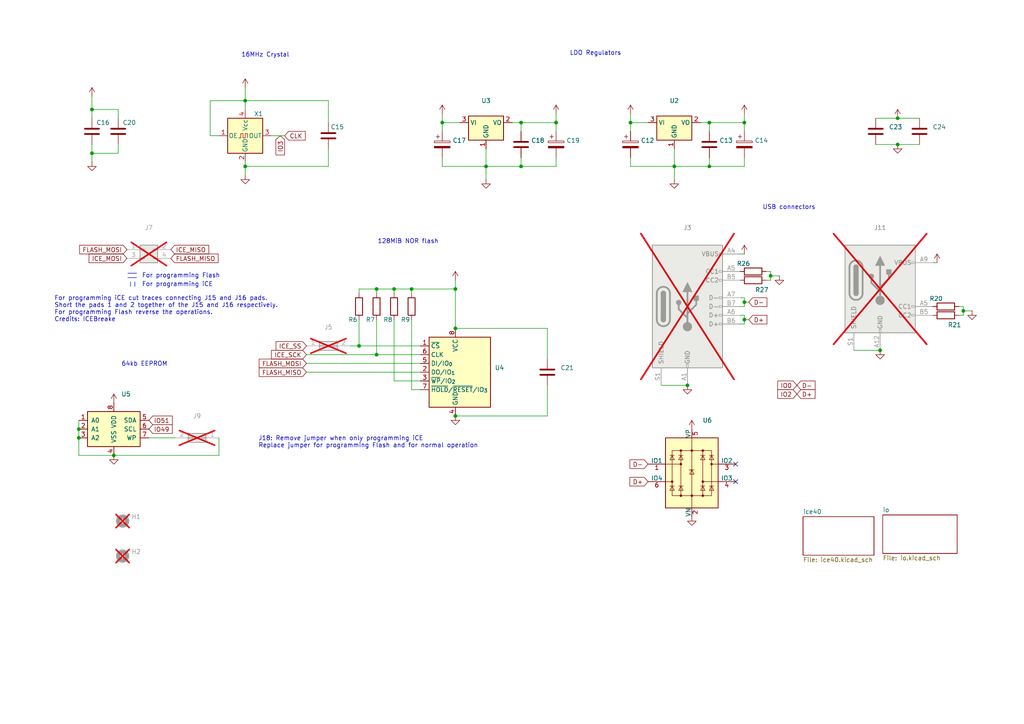
<source format=kicad_sch>
(kicad_sch (version 20250114) (generator "eeschema") (generator_version "9.0")
  (paper "A4")
  (title_block (title "Icedev") (date "2025-04-15") (rev "v2.3") (company "Cyao") (comment 1 "https://github.com/cheyao/icedev"))
  (lib_symbols
    (symbol "+3V3_1" (power) (pin_numbers (hide yes)) (pin_names (offset 0) (hide yes))
      (property "Value" "+3V3" (at 0 3.556 0))
      (symbol "+3V3_1_0_1"
        (polyline (pts (xy -0.762 1.27) (xy 0 2.54)))
        (polyline (pts (xy 0 2.54) (xy 0.762 1.27)))
        (polyline (pts (xy 0 0) (xy 0 2.54)))
      )
      (symbol "+3V3_1_1_1"
        (pin power_in line (at 0 0 90) (length 0) (name "~") (number "1"))
      )
    )
    (symbol "+5V_2" (power) (pin_numbers (hide yes)) (pin_names (offset 0) (hide yes))
      (property "Value" "+5V" (at 0 3.556 0))
      (symbol "+5V_2_0_1"
        (polyline (pts (xy -0.762 1.27) (xy 0 2.54)))
        (polyline (pts (xy 0 2.54) (xy 0.762 1.27)))
        (polyline (pts (xy 0 0) (xy 0 2.54)))
      )
      (symbol "+5V_2_1_1"
        (pin power_in line (at 0 0 90) (length 0) (name "~") (number "1"))
      )
    )
    (symbol "Connector:USB_C_Receptacle_PowerOnly_6P" (pin_names (offset 1.016))
      (property "Reference" "J" (at 0 16.51 0))
      (property "Value" "USB_C_Receptacle_PowerOnly_6P" (at 0 13.97 0))
      (symbol "USB_C_Receptacle_PowerOnly_6P_0_0"
        (rectangle (start -0.254 -12.7) (end 0.254 -11.684))
        (rectangle (start 10.16 7.874) (end 9.144 7.366))
        (rectangle (start 10.16 -4.826) (end 9.144 -5.334))
        (rectangle (start 10.16 -7.366) (end 9.144 -7.874))
      )
      (symbol "USB_C_Receptacle_PowerOnly_6P_0_1"
        (rectangle (start -10.16 12.7) (end 10.16 -12.7) (stroke (width 0.254)) (fill (type background)))
        (polyline (pts (xy -8.89 -1.27) (xy -8.89 6.35)) (stroke (width 0.508)))
        (rectangle (start -7.62 -1.27) (end -6.35 6.35) (stroke (width 0.254)) (fill (type outline)))
        (arc (start -7.62 6.35) (mid -6.985 6.9823) (end -6.35 6.35) (stroke (width 0.254)))
        (arc (start -7.62 6.35) (mid -6.985 6.9823) (end -6.35 6.35) (stroke (width 0.254)) (fill (type outline)))
        (arc (start -8.89 6.35) (mid -6.985 8.2467) (end -5.08 6.35) (stroke (width 0.508)))
        (arc (start -5.08 -1.27) (mid -6.985 -3.1667) (end -8.89 -1.27) (stroke (width 0.508)))
        (arc (start -6.35 -1.27) (mid -6.985 -1.9023) (end -7.62 -1.27) (stroke (width 0.254)))
        (arc (start -6.35 -1.27) (mid -6.985 -1.9023) (end -7.62 -1.27) (stroke (width 0.254)) (fill (type outline)))
        (polyline (pts (xy -5.08 6.35) (xy -5.08 -1.27)) (stroke (width 0.508)))
        (circle (center -2.54 3.683) (radius 0.635) (stroke (width 0.254)) (fill (type outline)))
        (polyline (pts (xy -1.27 6.858) (xy 0 9.398) (xy 1.27 6.858) (xy -1.27 6.858)) (stroke (width 0.254)) (fill (type outline)))
        (polyline (pts (xy 0 0.508) (xy 2.54 3.048) (xy 2.54 4.318)) (stroke (width 0.508)))
        (polyline (pts (xy 0 -0.762) (xy -2.54 1.778) (xy -2.54 3.048)) (stroke (width 0.508)))
        (polyline (pts (xy 0 -3.302) (xy 0 6.858)) (stroke (width 0.508)))
        (circle (center 0 -3.302) (radius 1.27) (fill (type outline)))
        (rectangle (start 1.905 4.318) (end 3.175 5.588) (stroke (width 0.254)) (fill (type outline)))
      )
      (symbol "USB_C_Receptacle_PowerOnly_6P_1_1"
        (pin passive line (at -7.62 -17.78 90) (length 5.08) (name "SHIELD") (number "S1"))
        (pin passive line (at 0 -17.78 90) (length 5.08) (name "GND") (number "A12"))
        (pin passive line (at 0 -17.78 90) (length 5.08) (hide yes) (name "GND") (number "B12"))
        (pin passive line (at 15.24 7.62 180) (length 5.08) (name "VBUS") (number "A9"))
        (pin passive line (at 15.24 7.62 180) (length 5.08) (hide yes) (name "VBUS") (number "B9"))
        (pin bidirectional line (at 15.24 -5.08 180) (length 5.08) (name "CC1") (number "A5"))
        (pin bidirectional line (at 15.24 -7.62 180) (length 5.08) (name "CC2") (number "B5"))
      )
    )
    (symbol "Connector:USB_C_Receptacle_USB2.0_14P" (pin_names (offset 1.016))
      (property "Reference" "J" (at 0 22.225 0))
      (property "Value" "USB_C_Receptacle_USB2.0_14P" (at 0 19.685 0))
      (symbol "USB_C_Receptacle_USB2.0_14P_0_0"
        (rectangle (start -0.254 -17.78) (end 0.254 -16.764))
        (rectangle (start 10.16 15.494) (end 9.144 14.986))
        (rectangle (start 10.16 10.414) (end 9.144 9.906))
        (rectangle (start 10.16 7.874) (end 9.144 7.366))
        (rectangle (start 10.16 2.794) (end 9.144 2.286))
        (rectangle (start 10.16 0.254) (end 9.144 -0.254))
        (rectangle (start 10.16 -2.286) (end 9.144 -2.794))
        (rectangle (start 10.16 -4.826) (end 9.144 -5.334))
      )
      (symbol "USB_C_Receptacle_USB2.0_14P_0_1"
        (rectangle (start -10.16 17.78) (end 10.16 -17.78) (stroke (width 0.254)) (fill (type background)))
        (polyline (pts (xy -8.89 -3.81) (xy -8.89 3.81)) (stroke (width 0.508)))
        (rectangle (start -7.62 -3.81) (end -6.35 3.81) (stroke (width 0.254)) (fill (type outline)))
        (arc (start -7.62 3.81) (mid -6.985 4.4423) (end -6.35 3.81) (stroke (width 0.254)))
        (arc (start -7.62 3.81) (mid -6.985 4.4423) (end -6.35 3.81) (stroke (width 0.254)) (fill (type outline)))
        (arc (start -8.89 3.81) (mid -6.985 5.7067) (end -5.08 3.81) (stroke (width 0.508)))
        (arc (start -5.08 -3.81) (mid -6.985 -5.7067) (end -8.89 -3.81) (stroke (width 0.508)))
        (arc (start -6.35 -3.81) (mid -6.985 -4.4423) (end -7.62 -3.81) (stroke (width 0.254)))
        (arc (start -6.35 -3.81) (mid -6.985 -4.4423) (end -7.62 -3.81) (stroke (width 0.254)) (fill (type outline)))
        (polyline (pts (xy -5.08 3.81) (xy -5.08 -3.81)) (stroke (width 0.508)))
        (circle (center -2.54 1.143) (radius 0.635) (stroke (width 0.254)) (fill (type outline)))
        (polyline (pts (xy -1.27 4.318) (xy 0 6.858) (xy 1.27 4.318) (xy -1.27 4.318)) (stroke (width 0.254)) (fill (type outline)))
        (polyline (pts (xy 0 -2.032) (xy 2.54 0.508) (xy 2.54 1.778)) (stroke (width 0.508)))
        (polyline (pts (xy 0 -3.302) (xy -2.54 -0.762) (xy -2.54 0.508)) (stroke (width 0.508)))
        (polyline (pts (xy 0 -5.842) (xy 0 4.318)) (stroke (width 0.508)))
        (circle (center 0 -5.842) (radius 1.27) (fill (type outline)))
        (rectangle (start 1.905 1.778) (end 3.175 3.048) (stroke (width 0.254)) (fill (type outline)))
      )
      (symbol "USB_C_Receptacle_USB2.0_14P_1_1"
        (pin passive line (at -7.62 -22.86 90) (length 5.08) (name "SHIELD") (number "S1"))
        (pin passive line (at 0 -22.86 90) (length 5.08) (name "GND") (number "A1"))
        (pin passive line (at 0 -22.86 90) (length 5.08) (hide yes) (name "GND") (number "A12"))
        (pin passive line (at 0 -22.86 90) (length 5.08) (hide yes) (name "GND") (number "B1"))
        (pin passive line (at 0 -22.86 90) (length 5.08) (hide yes) (name "GND") (number "B12"))
        (pin passive line (at 15.24 15.24 180) (length 5.08) (name "VBUS") (number "A4"))
        (pin passive line (at 15.24 15.24 180) (length 5.08) (hide yes) (name "VBUS") (number "A9"))
        (pin passive line (at 15.24 15.24 180) (length 5.08) (hide yes) (name "VBUS") (number "B4"))
        (pin passive line (at 15.24 15.24 180) (length 5.08) (hide yes) (name "VBUS") (number "B9"))
        (pin bidirectional line (at 15.24 10.16 180) (length 5.08) (name "CC1") (number "A5"))
        (pin bidirectional line (at 15.24 7.62 180) (length 5.08) (name "CC2") (number "B5"))
        (pin bidirectional line (at 15.24 2.54 180) (length 5.08) (name "D-") (number "A7"))
        (pin bidirectional line (at 15.24 0 180) (length 5.08) (name "D-") (number "B7"))
        (pin bidirectional line (at 15.24 -2.54 180) (length 5.08) (name "D+") (number "A6"))
        (pin bidirectional line (at 15.24 -5.08 180) (length 5.08) (name "D+") (number "B6"))
      )
    )
    (symbol "Connector_Generic:Conn_02x01" (pin_names (offset 1.016) (hide yes))
      (property "Reference" "J" (at 1.27 2.54 0))
      (property "Value" "Conn_02x01" (at 1.27 -2.54 0))
      (symbol "Conn_02x01_1_1"
        (rectangle (start -1.27 1.27) (end 3.81 -1.27) (stroke (width 0.254)) (fill (type background)))
        (rectangle (start -1.27 0.127) (end 0 -0.127) (stroke (width 0.1524)))
        (rectangle (start 3.81 0.127) (end 2.54 -0.127) (stroke (width 0.1524)))
        (pin passive line (at -5.08 0 0) (length 3.81) (name "Pin_1") (number "1"))
        (pin passive line (at 7.62 0 180) (length 3.81) (name "Pin_2") (number "2"))
      )
    )
    (symbol "Connector_Generic:Conn_02x02_Odd_Even" (pin_names (offset 1.016) (hide yes))
      (property "Reference" "J" (at 1.27 2.54 0))
      (property "Value" "Conn_02x02_Odd_Even" (at 1.27 -5.08 0))
      (symbol "Conn_02x02_Odd_Even_1_1"
        (rectangle (start -1.27 1.27) (end 3.81 -3.81) (stroke (width 0.254)) (fill (type background)))
        (rectangle (start -1.27 0.127) (end 0 -0.127) (stroke (width 0.1524)))
        (rectangle (start -1.27 -2.413) (end 0 -2.667) (stroke (width 0.1524)))
        (rectangle (start 3.81 0.127) (end 2.54 -0.127) (stroke (width 0.1524)))
        (rectangle (start 3.81 -2.413) (end 2.54 -2.667) (stroke (width 0.1524)))
        (pin passive line (at -5.08 0 0) (length 3.81) (name "Pin_1") (number "1"))
        (pin passive line (at -5.08 -2.54 0) (length 3.81) (name "Pin_3") (number "3"))
        (pin passive line (at 7.62 0 180) (length 3.81) (name "Pin_2") (number "2"))
        (pin passive line (at 7.62 -2.54 180) (length 3.81) (name "Pin_4") (number "4"))
      )
    )
    (symbol "Device:C" (pin_numbers (hide yes)) (pin_names (offset 0.254))
      (property "Reference" "C" (at 0.635 2.54 0))
      (property "Value" "C" (at 0.635 -2.54 0))
      (symbol "C_0_1"
        (polyline (pts (xy -2.032 0.762) (xy 2.032 0.762)) (stroke (width 0.508)))
        (polyline (pts (xy -2.032 -0.762) (xy 2.032 -0.762)) (stroke (width 0.508)))
      )
      (symbol "C_1_1"
        (pin passive line (at 0 3.81 270) (length 2.794) (name "~") (number "1"))
        (pin passive line (at 0 -3.81 90) (length 2.794) (name "~") (number "2"))
      )
    )
    (symbol "Device:CP" (pin_numbers (hide yes)) (pin_names (offset 0.254))
      (property "Reference" "C" (at 0.635 2.54 0))
      (property "Value" "Device_CP" (at 0.635 -2.54 0))
      (symbol "CP_0_1"
        (rectangle (start -2.286 0.508) (end 2.286 1.016))
        (polyline (pts (xy -1.778 2.286) (xy -0.762 2.286)))
        (polyline (pts (xy -1.27 2.794) (xy -1.27 1.778)))
        (rectangle (start 2.286 -0.508) (end -2.286 -1.016) (fill (type outline)))
      )
      (symbol "CP_1_1"
        (pin passive line (at 0 3.81 270) (length 2.794) (name "~") (number "1"))
        (pin passive line (at 0 -3.81 90) (length 2.794) (name "~") (number "2"))
      )
    )
    (symbol "Device:R" (pin_numbers (hide yes)) (pin_names (offset 0))
      (property "Reference" "R" (at 2.032 0 90))
      (property "Value" "R" (at 0 0 90))
      (symbol "R_0_1"
        (rectangle (start -1.016 -2.54) (end 1.016 2.54) (stroke (width 0.254)))
      )
      (symbol "R_1_1"
        (pin passive line (at 0 3.81 270) (length 1.27) (name "~") (number "1"))
        (pin passive line (at 0 -3.81 90) (length 1.27) (name "~") (number "2"))
      )
    )
    (symbol "Mechanical:MountingHole" (pin_names (offset 1.016)) (in_bom no)
      (property "Reference" "H" (at 0 5.08 0))
      (property "Value" "MountingHole" (at 0 3.175 0))
      (symbol "MountingHole_0_1"
        (circle (center 0 0) (radius 1.27) (stroke (width 1.27)))
      )
    )
    (symbol "Memory_Flash:W25Q128JVS"
      (property "Reference" "U" (at -6.35 11.43 0))
      (property "Value" "W25Q128JVS" (at 7.62 11.43 0))
      (symbol "W25Q128JVS_0_1"
        (rectangle (start -7.62 10.16) (end 10.16 -10.16) (stroke (width 0.254)) (fill (type background)))
      )
      (symbol "W25Q128JVS_1_1"
        (pin input line (at -10.16 7.62 0) (length 2.54) (name "~{CS}") (number "1"))
        (pin input line (at -10.16 5.08 0) (length 2.54) (name "CLK") (number "6"))
        (pin bidirectional line (at -10.16 2.54 0) (length 2.54) (name "DI/IO_{0}") (number "5"))
        (pin bidirectional line (at -10.16 0 0) (length 2.54) (name "DO/IO_{1}") (number "2"))
        (pin bidirectional line (at -10.16 -2.54 0) (length 2.54) (name "~{WP}/IO_{2}") (number "3"))
        (pin bidirectional line (at -10.16 -5.08 0) (length 2.54) (name "~{HOLD}/~{RESET}/IO_{3}") (number "7"))
        (pin power_in line (at 0 12.7 270) (length 2.54) (name "VCC") (number "8"))
        (pin power_in line (at 0 -12.7 90) (length 2.54) (name "GND") (number "4"))
      )
    )
    (symbol "Memory_NVRAM:FM24C64B" (pin_names (offset 1.016))
      (property "Reference" "U" (at -5.08 8.89 0))
      (property "Value" "FM24C64B" (at 6.35 -8.89 0))
      (symbol "FM24C64B_0_1"
        (rectangle (start -7.62 5.08) (end 7.62 -5.08) (stroke (width 0.254)) (fill (type background)))
      )
      (symbol "FM24C64B_1_1"
        (pin input line (at -10.16 2.54 0) (length 2.54) (name "A0") (number "1"))
        (pin input line (at -10.16 0 0) (length 2.54) (name "A1") (number "2"))
        (pin input line (at -10.16 -2.54 0) (length 2.54) (name "A2") (number "3"))
        (pin power_in line (at 0 7.62 270) (length 2.54) (name "VDD") (number "8"))
        (pin power_in line (at 0 -7.62 90) (length 2.54) (name "VSS") (number "4"))
        (pin bidirectional line (at 10.16 2.54 180) (length 2.54) (name "SDA") (number "5"))
        (pin input line (at 10.16 0 180) (length 2.54) (name "SCL") (number "6"))
        (pin input line (at 10.16 -2.54 180) (length 2.54) (name "WP") (number "7"))
      )
    )
    (symbol "Oscillator:SG-210SED" (pin_names (offset 0.254))
      (property "Reference" "X" (at -5.08 6.35 0))
      (property "Value" "SG-210SED" (at 1.27 -6.35 0))
      (symbol "SG-210SED_0_1"
        (rectangle (start -5.08 5.08) (end 5.08 -5.08) (stroke (width 0.254)) (fill (type background)))
        (polyline (pts (xy -1.905 -0.635) (xy -1.27 -0.635) (xy -1.27 0.635) (xy -0.635 0.635) (xy -0.635 -0.635) (xy 0 -0.635) (xy 0 0.635) (xy 0.635 0.635) (xy 0.635 -0.635)))
      )
      (symbol "SG-210SED_1_1"
        (pin input line (at -7.62 0 0) (length 2.54) (name "OE") (number "1"))
        (pin power_in line (at 0 7.62 270) (length 2.54) (name "Vcc") (number "4"))
        (pin power_in line (at 0 -7.62 90) (length 2.54) (name "GND") (number "2"))
        (pin output line (at 7.62 0 180) (length 2.54) (name "OUT") (number "3"))
      )
    )
    (symbol "PCM_marbastlib-various:SRV05-4" (pin_names (offset 0))
      (property "Reference" "U" (at -5.08 11.43 0))
      (property "Value" "SRV05-4" (at 2.54 11.43 0))
      (symbol "SRV05-4_0_0"
        (rectangle (start -5.715 6.477) (end 5.715 -6.604))
        (polyline (pts (xy -3.175 -6.604) (xy -3.175 6.477)))
        (polyline (pts (xy 3.175 6.477) (xy 3.175 -6.604)))
      )
      (symbol "SRV05-4_0_1"
        (polyline (pts (xy -7.747 2.54) (xy -3.175 2.54)))
        (rectangle (start -7.62 10.16) (end 7.62 -10.16) (stroke (width 0.254)) (fill (type background)))
        (polyline (pts (xy -7.62 -2.54) (xy -5.715 -2.54)))
        (circle (center -5.715 -2.54) (radius 0.2794) (fill (type outline)))
        (polyline (pts (xy -5.08 5.08) (xy -6.35 5.08)))
        (polyline (pts (xy -5.08 3.81) (xy -6.35 3.81) (xy -5.715 5.08) (xy -5.08 3.81)))
        (polyline (pts (xy -5.08 -3.81) (xy -6.35 -3.81)))
        (polyline (pts (xy -5.08 -5.08) (xy -6.35 -5.08) (xy -5.715 -3.81) (xy -5.08 -5.08)))
        (circle (center -3.175 6.477) (radius 0.2794) (fill (type outline)))
        (circle (center -3.175 2.54) (radius 0.2794) (fill (type outline)))
        (circle (center -3.175 -6.604) (radius 0.2794) (fill (type outline)))
        (polyline (pts (xy -2.54 5.08) (xy -3.81 5.08)))
        (polyline (pts (xy -2.54 3.81) (xy -3.81 3.81) (xy -3.175 5.08) (xy -2.54 3.81)))
        (polyline (pts (xy -2.54 -3.81) (xy -3.81 -3.81)))
        (polyline (pts (xy -2.54 -5.08) (xy -3.81 -5.08) (xy -3.175 -3.81) (xy -2.54 -5.08)))
        (polyline (pts (xy 0 10.16) (xy 0 -10.16)))
        (circle (center 0 6.477) (radius 0.2794) (fill (type outline)))
        (circle (center 0 -6.604) (radius 0.2794) (fill (type outline)))
        (polyline (pts (xy 0.635 0.889) (xy -0.635 0.889) (xy -0.635 0.635)))
        (polyline (pts (xy 0.635 -0.381) (xy -0.635 -0.381) (xy 0 0.889) (xy 0.635 -0.381)))
        (circle (center 3.175 6.477) (radius 0.2794) (fill (type outline)))
        (circle (center 3.175 -2.54) (radius 0.2794) (fill (type outline)))
        (circle (center 3.175 -6.604) (radius 0.2794) (fill (type outline)))
        (polyline (pts (xy 3.81 5.08) (xy 2.54 5.08)))
        (polyline (pts (xy 3.81 3.81) (xy 2.54 3.81) (xy 3.175 5.08) (xy 3.81 3.81)))
        (polyline (pts (xy 3.81 -3.81) (xy 2.54 -3.81)))
        (polyline (pts (xy 3.81 -5.08) (xy 2.54 -5.08) (xy 3.175 -3.81) (xy 3.81 -5.08)))
        (circle (center 5.715 2.54) (radius 0.2794) (fill (type outline)))
        (polyline (pts (xy 6.35 5.08) (xy 5.08 5.08)))
        (polyline (pts (xy 6.35 3.81) (xy 5.08 3.81) (xy 5.715 5.08) (xy 6.35 3.81)))
        (polyline (pts (xy 6.35 -3.81) (xy 5.08 -3.81)))
        (polyline (pts (xy 6.35 -5.08) (xy 5.08 -5.08) (xy 5.715 -3.81) (xy 6.35 -5.08)))
        (polyline (pts (xy 7.62 2.54) (xy 5.715 2.54)))
        (polyline (pts (xy 7.62 -2.54) (xy 3.175 -2.54)))
      )
      (symbol "SRV05-4_1_1"
        (pin passive line (at -12.7 2.54 0) (length 5.08) (name "IO1") (number "1"))
        (pin passive line (at -12.7 -2.54 0) (length 5.08) (name "IO4") (number "6"))
        (pin passive line (at 0 12.7 270) (length 2.54) (name "VP") (number "5"))
        (pin passive line (at 0 -12.7 90) (length 2.54) (name "VN") (number "2"))
        (pin passive line (at 12.7 2.54 180) (length 5.08) (name "IO2") (number "3"))
        (pin passive line (at 12.7 -2.54 180) (length 5.08) (name "IO3") (number "4"))
      )
    )
    (symbol "Regulator_Linear:AMS1117-1.5"
      (property "Reference" "U" (at -3.81 3.175 0))
      (property "Value" "AMS1117-1.5" (at 0 3.175 0))
      (symbol "AMS1117-1.5_0_1"
        (rectangle (start -5.08 -5.08) (end 5.08 1.905) (stroke (width 0.254)) (fill (type background)))
      )
      (symbol "AMS1117-1.5_1_1"
        (pin power_in line (at -7.62 0 0) (length 2.54) (name "VI") (number "3"))
        (pin power_in line (at 0 -7.62 90) (length 2.54) (name "GND") (number "1"))
        (pin power_out line (at 7.62 0 180) (length 2.54) (name "VO") (number "2"))
      )
    )
    (symbol "Regulator_Linear:AMS1117-3.3"
      (property "Reference" "U" (at -3.81 3.175 0))
      (property "Value" "AMS1117-3.3" (at 0 3.175 0))
      (symbol "AMS1117-3.3_0_1"
        (rectangle (start -5.08 -5.08) (end 5.08 1.905) (stroke (width 0.254)) (fill (type background)))
      )
      (symbol "AMS1117-3.3_1_1"
        (pin power_in line (at -7.62 0 0) (length 2.54) (name "VI") (number "3"))
        (pin power_in line (at 0 -7.62 90) (length 2.54) (name "GND") (number "1"))
        (pin power_out line (at 7.62 0 180) (length 2.54) (name "VO") (number "2"))
      )
    )
    (symbol "power:+1V2" (power) (pin_names (offset 0))
      (property "Value" "+1V2" (at 0 3.556 0))
      (symbol "+1V2_0_1"
        (polyline (pts (xy -0.762 1.27) (xy 0 2.54)))
        (polyline (pts (xy 0 2.54) (xy 0.762 1.27)))
        (polyline (pts (xy 0 0) (xy 0 2.54)))
      )
      (symbol "+1V2_1_1"
        (pin power_in line (at 0 0 90) (length 0) (hide yes) (name "+1V2") (number "1"))
      )
    )
    (symbol "power:+3V3" (power) (pin_names (offset 0))
      (property "Value" "+3V3" (at 0 3.556 0))
      (symbol "+3V3_0_1"
        (polyline (pts (xy -0.762 1.27) (xy 0 2.54)))
        (polyline (pts (xy 0 2.54) (xy 0.762 1.27)))
        (polyline (pts (xy 0 0) (xy 0 2.54)))
      )
      (symbol "+3V3_1_1"
        (pin power_in line (at 0 0 90) (length 0) (hide yes) (name "+3V3") (number "1"))
      )
    )
    (symbol "power:+5V" (power) (pin_names (offset 0))
      (property "Value" "+5V" (at 0 3.556 0))
      (symbol "+5V_0_1"
        (polyline (pts (xy -0.762 1.27) (xy 0 2.54)))
        (polyline (pts (xy 0 2.54) (xy 0.762 1.27)))
        (polyline (pts (xy 0 0) (xy 0 2.54)))
      )
      (symbol "+5V_1_1"
        (pin power_in line (at 0 0 90) (length 0) (hide yes) (name "+5V") (number "1"))
      )
    )
    (symbol "power:GND" (power) (pin_numbers (hide yes)) (pin_names (offset 0) (hide yes))
      (property "Value" "GND" (at 0 -3.81 0))
      (symbol "GND_0_1"
        (polyline (pts (xy 0 0) (xy 0 -1.27) (xy 1.27 -1.27) (xy 0 -2.54) (xy -1.27 -1.27) (xy 0 -1.27)))
      )
      (symbol "GND_1_1"
        (pin power_in line (at 0 0 270) (length 0) (name "~") (number "1"))
      )
    )
  )
  (text "For programming Flash" (at 41.148 80.772 0) (effects (font (size 1.27 1.27)) (justify left bottom)))
  (text "J18: Remove jumper when only programming iCE\nReplace jumper for programming Flash and for normal operation" (at 74.93 130.048 0) (effects (font (size 1.27 1.27)) (justify left bottom)))
  (text "64kb EEPROM" (at 41.91 105.664 0) (effects (font (size 1.27 1.27))))
  (text "16MHz Crystal" (at 76.962 16.002 0) (effects (font (size 1.27 1.27))))
  (text "USB connectors" (at 228.854 60.198 0) (effects (font (size 1.27 1.27))))
  (text "For programming iCE cut traces connecting J15 and J16 pads.\nShort the pads 1 and 2 together of the J15 and J16 respectively.\nFor programming Flash reverse the operations.\nCredits: ICEBreake" (at 15.748 93.472 0) (effects (font (size 1.27 1.27)) (justify left bottom)))
  (text "128MiB NOR flash" (at 118.364 70.104 0) (effects (font (size 1.27 1.27))))
  (text "LDO Regulators" (at 172.72 15.494 0) (effects (font (size 1.27 1.27))))
  (text "For programming iCE" (at 41.148 83.312 0) (effects (font (size 1.27 1.27)) (justify left bottom)))
  (junction (at 161.29 35.56))
  (junction (at 260.35 41.91))
  (junction (at 215.9 87.63))
  (junction (at 71.12 48.26))
  (junction (at 279.4 90.17))
  (junction (at 132.08 95.25))
  (junction (at 128.27 35.56))
  (junction (at 151.13 48.26))
  (junction (at 33.02 132.08))
  (junction (at 132.08 83.82))
  (junction (at 26.67 44.45))
  (junction (at 223.52 80.01))
  (junction (at 140.97 48.26))
  (junction (at 215.9 35.56))
  (junction (at 199.39 111.76))
  (junction (at 195.58 48.26))
  (junction (at 109.22 83.82))
  (junction (at 119.38 83.82))
  (junction (at 114.3 83.82))
  (junction (at 71.12 29.21))
  (junction (at 109.22 102.87))
  (junction (at 205.74 35.56))
  (junction (at 104.14 100.33))
  (junction (at 22.86 127))
  (junction (at 22.86 124.46))
  (junction (at 151.13 35.56))
  (junction (at 205.74 48.26))
  (junction (at 26.67 31.75))
  (junction (at 255.27 101.6))
  (junction (at 260.35 34.29))
  (junction (at 182.88 35.56))
  (junction (at 215.9 92.71))
  (junction (at 132.08 120.65))
  (no_connect (at 213.36 134.62))
  (no_connect (at 213.36 139.7))
  (wire (pts (xy 215.9 88.9) (xy 215.9 87.63)))
  (wire (pts (xy 119.38 83.82) (xy 114.3 83.82)))
  (wire (pts (xy 26.67 27.94) (xy 26.67 31.75)))
  (wire (pts (xy 63.5 132.08) (xy 33.02 132.08)))
  (wire (pts (xy 119.38 83.82) (xy 119.38 85.09)))
  (wire (pts (xy 95.25 35.56) (xy 95.25 29.21)))
  (wire (pts (xy 109.22 92.71) (xy 109.22 102.87)))
  (wire (pts (xy 203.2 35.56) (xy 205.74 35.56)))
  (wire (pts (xy 119.38 92.71) (xy 119.38 113.03)))
  (wire (pts (xy 128.27 35.56) (xy 128.27 33.02)))
  (wire (pts (xy 270.51 76.2) (xy 271.78 76.2)))
  (wire (pts (xy 214.63 93.98) (xy 215.9 93.98)))
  (polyline (pts (xy 37.846 81.788) (xy 37.846 83.058)) (stroke (width 0) (type dash)))
  (wire (pts (xy 101.6 100.33) (xy 104.14 100.33)))
  (wire (pts (xy 95.25 48.26) (xy 71.12 48.26)))
  (wire (pts (xy 215.9 45.72) (xy 215.9 48.26)))
  (wire (pts (xy 140.97 48.26) (xy 151.13 48.26)))
  (wire (pts (xy 60.96 29.21) (xy 71.12 29.21)))
  (wire (pts (xy 279.4 90.17) (xy 279.4 91.44)))
  (wire (pts (xy 22.86 124.46) (xy 22.86 127)))
  (wire (pts (xy 121.92 110.49) (xy 114.3 110.49)))
  (wire (pts (xy 205.74 35.56) (xy 215.9 35.56)))
  (wire (pts (xy 254 34.29) (xy 260.35 34.29)))
  (wire (pts (xy 26.67 44.45) (xy 34.29 44.45)))
  (wire (pts (xy 191.77 111.76) (xy 199.39 111.76)))
  (wire (pts (xy 132.08 81.28) (xy 132.08 83.82)))
  (wire (pts (xy 158.75 120.65) (xy 158.75 111.76)))
  (wire (pts (xy 151.13 45.72) (xy 151.13 48.26)))
  (wire (pts (xy 104.14 92.71) (xy 104.14 100.33)))
  (wire (pts (xy 43.18 127) (xy 50.8 127)))
  (wire (pts (xy 140.97 48.26) (xy 128.27 48.26)))
  (wire (pts (xy 215.9 35.56) (xy 215.9 33.02)))
  (wire (pts (xy 182.88 35.56) (xy 182.88 38.1)))
  (wire (pts (xy 222.25 78.74) (xy 223.52 78.74)))
  (wire (pts (xy 205.74 48.26) (xy 215.9 48.26)))
  (wire (pts (xy 187.96 35.56) (xy 182.88 35.56)))
  (wire (pts (xy 104.14 100.33) (xy 121.92 100.33)))
  (wire (pts (xy 195.58 43.18) (xy 195.58 48.26)))
  (wire (pts (xy 279.4 88.9) (xy 279.4 90.17)))
  (wire (pts (xy 182.88 35.56) (xy 182.88 33.02)))
  (wire (pts (xy 260.35 34.29) (xy 266.7 34.29)))
  (wire (pts (xy 161.29 38.1) (xy 161.29 35.56)))
  (wire (pts (xy 26.67 31.75) (xy 34.29 31.75)))
  (wire (pts (xy 95.25 43.18) (xy 95.25 48.26)))
  (wire (pts (xy 128.27 48.26) (xy 128.27 45.72)))
  (wire (pts (xy 223.52 80.01) (xy 223.52 81.28)))
  (wire (pts (xy 22.86 127) (xy 22.86 132.08)))
  (wire (pts (xy 132.08 120.65) (xy 158.75 120.65)))
  (wire (pts (xy 223.52 78.74) (xy 223.52 80.01)))
  (wire (pts (xy 151.13 38.1) (xy 151.13 35.56)))
  (wire (pts (xy 132.08 83.82) (xy 132.08 95.25)))
  (wire (pts (xy 104.14 83.82) (xy 104.14 85.09)))
  (wire (pts (xy 278.13 91.44) (xy 279.4 91.44)))
  (wire (pts (xy 214.63 73.66) (xy 215.9 73.66)))
  (wire (pts (xy 279.4 90.17) (xy 281.94 90.17)))
  (wire (pts (xy 205.74 38.1) (xy 205.74 35.56)))
  (wire (pts (xy 60.96 39.37) (xy 60.96 29.21)))
  (wire (pts (xy 222.25 81.28) (xy 223.52 81.28)))
  (wire (pts (xy 78.74 39.37) (xy 82.55 39.37)))
  (wire (pts (xy 88.9 102.87) (xy 109.22 102.87)))
  (wire (pts (xy 215.9 38.1) (xy 215.9 35.56)))
  (wire (pts (xy 278.13 88.9) (xy 279.4 88.9)))
  (wire (pts (xy 247.65 101.6) (xy 255.27 101.6)))
  (wire (pts (xy 109.22 102.87) (xy 121.92 102.87)))
  (wire (pts (xy 71.12 29.21) (xy 71.12 31.75)))
  (wire (pts (xy 26.67 44.45) (xy 26.67 46.99)))
  (wire (pts (xy 215.9 92.71) (xy 217.17 92.71)))
  (wire (pts (xy 140.97 43.18) (xy 140.97 48.26)))
  (polyline (pts (xy 39.116 81.788) (xy 39.116 83.058)) (stroke (width 0) (type dash)))
  (wire (pts (xy 214.63 91.44) (xy 215.9 91.44)))
  (wire (pts (xy 260.35 41.91) (xy 266.7 41.91)))
  (wire (pts (xy 128.27 35.56) (xy 128.27 38.1)))
  (wire (pts (xy 182.88 48.26) (xy 182.88 45.72)))
  (wire (pts (xy 254 41.91) (xy 260.35 41.91)))
  (wire (pts (xy 26.67 31.75) (xy 26.67 34.29)))
  (wire (pts (xy 119.38 113.03) (xy 121.92 113.03)))
  (wire (pts (xy 109.22 83.82) (xy 104.14 83.82)))
  (wire (pts (xy 161.29 33.02) (xy 161.29 35.56)))
  (wire (pts (xy 148.59 35.56) (xy 151.13 35.56)))
  (wire (pts (xy 71.12 25.4) (xy 71.12 29.21)))
  (wire (pts (xy 88.9 107.95) (xy 121.92 107.95)))
  (wire (pts (xy 132.08 83.82) (xy 119.38 83.82)))
  (wire (pts (xy 223.52 80.01) (xy 226.06 80.01)))
  (wire (pts (xy 63.5 127) (xy 63.5 132.08)))
  (wire (pts (xy 215.9 92.71) (xy 215.9 93.98)))
  (wire (pts (xy 215.9 86.36) (xy 214.63 86.36)))
  (wire (pts (xy 132.08 95.25) (xy 158.75 95.25)))
  (wire (pts (xy 95.25 29.21) (xy 71.12 29.21)))
  (wire (pts (xy 140.97 48.26) (xy 140.97 52.07)))
  (wire (pts (xy 195.58 48.26) (xy 195.58 52.07)))
  (wire (pts (xy 215.9 91.44) (xy 215.9 92.71)))
  (wire (pts (xy 26.67 44.45) (xy 26.67 41.91)))
  (wire (pts (xy 133.35 35.56) (xy 128.27 35.56)))
  (wire (pts (xy 109.22 83.82) (xy 109.22 85.09)))
  (wire (pts (xy 71.12 48.26) (xy 71.12 50.8)))
  (wire (pts (xy 158.75 95.25) (xy 158.75 104.14)))
  (wire (pts (xy 151.13 35.56) (xy 161.29 35.56)))
  (wire (pts (xy 114.3 110.49) (xy 114.3 92.71)))
  (wire (pts (xy 34.29 34.29) (xy 34.29 31.75)))
  (wire (pts (xy 34.29 41.91) (xy 34.29 44.45)))
  (wire (pts (xy 195.58 48.26) (xy 205.74 48.26)))
  (wire (pts (xy 215.9 87.63) (xy 215.9 86.36)))
  (wire (pts (xy 22.86 121.92) (xy 22.86 124.46)))
  (polyline (pts (xy 37.084 79.248) (xy 39.624 79.248)) (stroke (width 0) (type solid)))
  (wire (pts (xy 63.5 39.37) (xy 60.96 39.37)))
  (wire (pts (xy 195.58 48.26) (xy 182.88 48.26)))
  (wire (pts (xy 161.29 45.72) (xy 161.29 48.26)))
  (wire (pts (xy 214.63 88.9) (xy 215.9 88.9)))
  (wire (pts (xy 151.13 48.26) (xy 161.29 48.26)))
  (wire (pts (xy 217.17 87.63) (xy 215.9 87.63)))
  (wire (pts (xy 22.86 132.08) (xy 33.02 132.08)))
  (wire (pts (xy 114.3 83.82) (xy 109.22 83.82)))
  (wire (pts (xy 88.9 105.41) (xy 121.92 105.41)))
  (wire (pts (xy 71.12 46.99) (xy 71.12 48.26)))
  (wire (pts (xy 114.3 83.82) (xy 114.3 85.09)))
  (wire (pts (xy 205.74 45.72) (xy 205.74 48.26)))
  (polyline (pts (xy 37.084 80.518) (xy 39.624 80.518)) (stroke (width 0) (type solid)))
  (global_label "FLASH_MOSI" (shape input) (at 88.9 105.41 180) (property "Intersheetrefs" "${INTERSHEET_REFS}" (effects (hide yes))))
  (global_label "ICE_SS" (shape input) (at 88.9 100.33 180) (property "Intersheetrefs" "${INTERSHEET_REFS}" (effects (hide yes))))
  (global_label "IO51" (shape input) (at 43.18 121.92 0) (property "Intersheetrefs" "${INTERSHEET_REFS}" (effects (hide yes))))
  (global_label "D-" (shape input) (at 187.96 134.62 180) (property "Intersheetrefs" "${INTERSHEET_REFS}" (effects (hide yes))))
  (global_label "ICE_MISO" (shape input) (at 49.53 72.39 0) (property "Intersheetrefs" "${INTERSHEET_REFS}" (effects (hide yes))))
  (global_label "IO49" (shape input) (at 43.18 124.46 0) (property "Intersheetrefs" "${INTERSHEET_REFS}" (effects (hide yes))))
  (global_label "CLK" (shape input) (at 82.55 39.37 0) (property "Intersheetrefs" "${INTERSHEET_REFS}" (effects (hide yes))))
  (global_label "IO2" (shape input) (at 231.14 114.3 180) (property "Intersheetrefs" "${INTERSHEET_REFS}" (effects (hide yes))))
  (global_label "D+" (shape input) (at 187.96 139.7 180) (property "Intersheetrefs" "${INTERSHEET_REFS}" (effects (hide yes))))
  (global_label "D-" (shape input) (at 217.17 87.63 0) (property "Intersheetrefs" "${INTERSHEET_REFS}" (effects (hide yes))))
  (global_label "ICE_SCK" (shape input) (at 88.9 102.87 180) (property "Intersheetrefs" "${INTERSHEET_REFS}" (effects (hide yes))))
  (global_label "D+" (shape input) (at 231.14 114.3 0) (property "Intersheetrefs" "${INTERSHEET_REFS}" (effects (hide yes))))
  (global_label "FLASH_MOSI" (shape input) (at 36.83 72.39 180) (property "Intersheetrefs" "${INTERSHEET_REFS}" (effects (hide yes))))
  (global_label "IO0" (shape input) (at 231.14 111.76 180) (property "Intersheetrefs" "${INTERSHEET_REFS}" (effects (hide yes))))
  (global_label "ICE_MOSI" (shape input) (at 36.83 74.93 180) (property "Intersheetrefs" "${INTERSHEET_REFS}" (effects (hide yes))))
  (global_label "IO3" (shape input) (at 81.28 39.37 270) (property "Intersheetrefs" "${INTERSHEET_REFS}" (effects (hide yes))))
  (global_label "D+" (shape input) (at 217.17 92.71 0) (property "Intersheetrefs" "${INTERSHEET_REFS}" (effects (hide yes))))
  (global_label "D-" (shape input) (at 231.14 111.76 0) (property "Intersheetrefs" "${INTERSHEET_REFS}" (effects (hide yes))))
  (global_label "FLASH_MISO" (shape input) (at 88.9 107.95 180) (property "Intersheetrefs" "${INTERSHEET_REFS}" (effects (hide yes))))
  (global_label "FLASH_MISO" (shape input) (at 49.53 74.93 0) (property "Intersheetrefs" "${INTERSHEET_REFS}" (effects (hide yes))))
  (symbol (lib_id "Regulator_Linear:AMS1117-1.5") (at 195.58 35.56 0) (unit 1)
    (property "Reference" "U2" (at 195.58 29.21 0))
    (property "Value" "AMS1117-1.2" (effects (hide yes)))
    (property "Footprint" "Package_TO_SOT_SMD:SOT-223-3_TabPin2" (effects (hide yes)))
    (property "Datasheet" "http://www.advanced-monolithic.com/pdf/ds1117.pdf" (effects (hide yes)))
    (property "Description" "1A Low Dropout regulator, positive, 1.5V fixed output, SOT-223" (effects (hide yes)))
    (property "JLCPCB Part #" "C14529" (effects (hide yes)))
  )
  (symbol (lib_id "power:GND") (at 255.27 101.6 0) (unit 1)
    (property "Reference" "#PWR023" (effects (hide yes)))
    (property "Value" "GND" (effects (hide yes)))
  )
  (symbol (lib_id "Device:C") (at 95.25 39.37 0) (unit 1)
    (property "Reference" "C15" (at 95.885 36.83 0) (effects (justify left)))
    (property "Value" "0.1u" (effects (hide yes)))
    (property "Footprint" "Capacitor_SMD:C_0402_1005Metric" (effects (hide yes)))
    (property "JLCPCB Part #" "C1525" (effects (hide yes)))
  )
  (symbol (lib_id "Oscillator:SG-210SED") (at 71.12 39.37 0) (unit 1)
    (property "Reference" "X1" (at 73.66 33.02 0) (effects (justify left)))
    (property "Value" "MPUOSC" (effects (hide yes)))
    (property "Footprint" "Oscillator:Oscillator_SMD_Abracon_ASE-4Pin_3.2x2.5mm" (effects (hide yes)))
    (property "Datasheet" "https://support.epson.biz/td/api/doc_check.php?mode=dl&lang=en&Parts=SG-210SED" (effects (hide yes)))
    (property "JLCPCB Part #" "C13738" (effects (hide yes)))
  )
  (symbol (lib_id "Mechanical:MountingHole") (at 35.56 161.29 0) (unit 1) (in_bom no) (dnp yes)
    (property "Reference" "H2" (at 38.1 160.0199 0) (effects (justify left)))
    (property "Value" "MountingHole" (effects (hide yes)))
    (property "Footprint" "MountingHole:MountingHole_2.2mm_M2" (effects (hide yes)))
    (property "Description" "Mounting Hole without connection" (effects (hide yes)))
  )
  (symbol (lib_id "Device:R") (at 109.22 88.9 0) (unit 1)
    (property "Reference" "R7" (at 107.442 92.71 0))
    (property "Value" "10K" (effects (hide yes)))
    (property "Footprint" "Resistor_SMD:R_0805_2012Metric" (effects (hide yes)))
    (property "JLCPCB Part #" "C17414" (effects (hide yes)))
  )
  (symbol (lib_id "power:+3V3") (at 161.29 33.02 0) (unit 1)
    (property "Reference" "#PWR015" (effects (hide yes)))
    (property "Value" "+3V3" (effects (hide yes)))
  )
  (symbol (lib_id "Device:C") (at 151.13 41.91 0) (unit 1)
    (property "Reference" "C18" (at 154.051 40.7416 0) (effects (justify left)))
    (property "Value" "0.1u" (effects (hide yes)))
    (property "Footprint" "Capacitor_SMD:C_0402_1005Metric" (effects (hide yes)))
    (property "JLCPCB Part #" "C1525" (effects (hide yes)))
  )
  (symbol (lib_name "+5V_2") (lib_id "power:+5V") (at 215.9 73.66 0) (unit 1)
    (property "Reference" "#PWR034" (effects (hide yes)))
    (property "Value" "+5V" (effects (hide yes)))
    (property "Description" "Power symbol creates a global label with name \"+5V\"" (effects (hide yes)))
  )
  (symbol (lib_id "Device:CP") (at 128.27 41.91 0) (unit 1)
    (property "Reference" "C17" (at 131.2672 40.7416 0) (effects (justify left)))
    (property "Value" "10u" (effects (hide yes)))
    (property "Footprint" "Capacitor_SMD:C_0402_1005Metric" (effects (hide yes)))
    (property "JLCPCB Part #" "C15525" (effects (hide yes)))
  )
  (symbol (lib_id "Device:C") (at 266.7 38.1 0) (unit 1)
    (property "Reference" "C24" (at 270.51 36.8299 0) (effects (justify left)))
    (property "Value" "0.1u" (effects (hide yes)))
    (property "Footprint" "Capacitor_SMD:C_0402_1005Metric" (effects (hide yes)))
    (property "Description" "Unpolarized capacitor" (effects (hide yes)))
    (property "JLCPCB Part #" "C1525" (effects (hide yes)))
  )
  (symbol (lib_id "power:GND") (at 260.35 41.91 0) (unit 1)
    (property "Reference" "#PWR040" (effects (hide yes)))
    (property "Value" "GND" (effects (hide yes)))
  )
  (symbol (lib_name "+3V3_1") (lib_id "power:+3V3") (at 33.02 116.84 0) (unit 1)
    (property "Reference" "#PWR010" (effects (hide yes)))
    (property "Value" "+3V3" (effects (hide yes)))
    (property "Description" "Power symbol creates a global label with name \"+3V3\"" (effects (hide yes)))
  )
  (symbol (lib_id "power:+3V3") (at 182.88 33.02 0) (unit 1)
    (property "Reference" "#PWR012" (effects (hide yes)))
    (property "Value" "+3V3" (effects (hide yes)))
  )
  (symbol (lib_id "Connector:USB_C_Receptacle_PowerOnly_6P") (at 255.27 83.82 0) (unit 1) (dnp yes)
    (property "Reference" "J11" (at 255.27 66.04 0))
    (property "Value" "USB_C_Receptacle_PowerOnly_6P" (effects (hide yes)))
    (property "Footprint" "Connector_USB:USB_C_Receptacle_GCT_USB4135-GF-A_6P_TopMnt_Horizontal" (effects (hide yes)))
    (property "Datasheet" "https://www.usb.org/sites/default/files/documents/usb_type-c.zip" (effects (hide yes)))
    (property "Description" "USB Power-Only 6P Type-C Receptacle connector" (effects (hide yes)))
  )
  (symbol (lib_id "Device:C") (at 158.75 107.95 0) (unit 1)
    (property "Reference" "C21" (at 162.56 106.6799 0) (effects (justify left)))
    (property "Value" "0.1u" (effects (hide yes)))
    (property "Footprint" "Capacitor_SMD:C_0402_1005Metric" (effects (hide yes)))
    (property "Description" "Unpolarized capacitor" (effects (hide yes)))
    (property "JLCPCB Part #" "C1525" (effects (hide yes)))
  )
  (symbol (lib_id "Device:R") (at 274.32 91.44 270) (unit 1)
    (property "Reference" "R21" (at 276.86 94.234 90))
    (property "Value" "5.1K" (effects (hide yes)))
    (property "Footprint" "Resistor_SMD:R_0402_1005Metric" (effects (hide yes)))
    (property "JLCPCB Part #" "C25905" (effects (hide yes)))
  )
  (symbol (lib_id "Memory_NVRAM:FM24C64B") (at 33.02 124.46 0) (unit 1)
    (property "Reference" "U5" (at 35.1633 114.3 0) (effects (justify left)))
    (property "Value" "FM24C64B" (effects (hide yes)))
    (property "Footprint" "Package_SO:SOIC-8_3.9x4.9mm_P1.27mm" (effects (hide yes)))
    (property "Datasheet" "http://www.cypress.com/file/41651/download" (effects (hide yes)))
    (property "Description" "64Kb serial FRAM nonvolatile Memory, SOIC-8" (effects (hide yes)))
    (property "JLCPCB Part #" "C79988" (effects (hide yes)))
  )
  (symbol (lib_id "power:GND") (at 281.94 90.17 0) (unit 1)
    (property "Reference" "#PWR024" (effects (hide yes)))
    (property "Value" "GND" (effects (hide yes)))
    (property "Description" "Power symbol creates a global label with name \"GND\" , ground" (effects (hide yes)))
  )
  (symbol (lib_id "Device:CP") (at 215.9 41.91 0) (unit 1)
    (property "Reference" "C14" (at 218.8972 40.7416 0) (effects (justify left)))
    (property "Value" "10u" (effects (hide yes)))
    (property "Footprint" "Capacitor_SMD:C_0402_1005Metric" (effects (hide yes)))
    (property "JLCPCB Part #" "C15525" (effects (hide yes)))
  )
  (symbol (lib_id "Connector_Generic:Conn_02x01") (at 58.42 127 180) (unit 1) (dnp yes)
    (property "Reference" "J9" (at 57.15 120.65 0))
    (property "Value" "Conn_02x01" (effects (hide yes)))
    (property "Footprint" "Connector_PinHeader_2.54mm:PinHeader_2x01_P2.54mm_Vertical" (effects (hide yes)))
  )
  (symbol (lib_id "power:GND") (at 195.58 52.07 0) (unit 1)
    (property "Reference" "#PWR013" (effects (hide yes)))
    (property "Value" "GND" (effects (hide yes)))
  )
  (symbol (lib_name "+5V_2") (lib_id "power:+5V") (at 260.35 34.29 0) (unit 1)
    (property "Reference" "#PWR041" (effects (hide yes)))
    (property "Value" "+5V" (effects (hide yes)))
    (property "Description" "Power symbol creates a global label with name \"+5V\"" (effects (hide yes)))
  )
  (symbol (lib_id "Device:R") (at 218.44 81.28 270) (unit 1)
    (property "Reference" "R27" (at 220.98 84.074 90))
    (property "Value" "5.1K" (effects (hide yes)))
    (property "Footprint" "Resistor_SMD:R_0805_2012Metric" (effects (hide yes)))
    (property "JLCPCB Part #" "C27834" (effects (hide yes)))
  )
  (symbol (lib_id "power:+1V2") (at 26.67 27.94 0) (unit 1)
    (property "Reference" "#PWR019" (effects (hide yes)))
    (property "Value" "+1V2" (effects (hide yes)))
  )
  (symbol (lib_id "power:GND") (at 226.06 80.01 0) (unit 1)
    (property "Reference" "#PWR033" (effects (hide yes)))
    (property "Value" "GND" (effects (hide yes)))
    (property "Description" "Power symbol creates a global label with name \"GND\" , ground" (effects (hide yes)))
  )
  (symbol (lib_id "power:+5V") (at 128.27 33.02 0) (unit 1)
    (property "Reference" "#PWR022" (effects (hide yes)))
    (property "Value" "+5V" (effects (hide yes)))
  )
  (symbol (lib_id "Device:CP") (at 161.29 41.91 0) (unit 1)
    (property "Reference" "C19" (at 164.2872 40.7416 0) (effects (justify left)))
    (property "Value" "10u" (effects (hide yes)))
    (property "Footprint" "Capacitor_SMD:C_0402_1005Metric" (effects (hide yes)))
    (property "JLCPCB Part #" "C15525" (effects (hide yes)))
  )
  (symbol (lib_id "Device:CP") (at 182.88 41.91 0) (unit 1)
    (property "Reference" "C12" (at 185.8772 40.7416 0) (effects (justify left)))
    (property "Value" "10u" (effects (hide yes)))
    (property "Footprint" "Capacitor_SMD:C_0402_1005Metric" (effects (hide yes)))
    (property "JLCPCB Part #" "C15525" (effects (hide yes)))
  )
  (symbol (lib_id "Device:R") (at 218.44 78.74 90) (unit 1)
    (property "Reference" "R26" (at 215.646 76.454 90))
    (property "Value" "5.1K" (effects (hide yes)))
    (property "Footprint" "Resistor_SMD:R_0805_2012Metric" (effects (hide yes)))
    (property "JLCPCB Part #" "C27834" (effects (hide yes)))
  )
  (symbol (lib_id "Device:R") (at 104.14 88.9 0) (unit 1)
    (property "Reference" "R6" (at 102.362 92.71 0))
    (property "Value" "10K" (effects (hide yes)))
    (property "Footprint" "Resistor_SMD:R_0805_2012Metric" (effects (hide yes)))
    (property "JLCPCB Part #" "C17414" (effects (hide yes)))
  )
  (symbol (lib_id "power:GND") (at 132.08 120.65 0) (unit 1)
    (property "Reference" "#PWR05" (effects (hide yes)))
    (property "Value" "GND" (effects (hide yes)))
    (property "Description" "Power symbol creates a global label with name \"GND\" , ground" (effects (hide yes)))
  )
  (symbol (lib_id "power:+1V2") (at 215.9 33.02 0) (unit 1)
    (property "Reference" "#PWR016" (effects (hide yes)))
    (property "Value" "+1V2" (effects (hide yes)))
  )
  (symbol (lib_id "Memory_Flash:W25Q128JVS") (at 132.08 107.95 0) (unit 1)
    (property "Reference" "U4" (at 143.51 106.6799 0) (effects (justify left)))
    (property "Value" "W25Q128JVS" (effects (hide yes)))
    (property "Footprint" "Package_SO:SOIC-8_5.3x5.3mm_P1.27mm" (effects (hide yes)))
    (property "Datasheet" "https://www.winbond.com/resource-files/w25q128jv_dtr%20revc%2003272018%20plus.pdf" (effects (hide yes)))
    (property "Description" "128Mbit / 16MiB Serial Flash Memory, Standard/Dual/Quad SPI, 2.7-3.6V, SOIC-8" (effects (hide yes)))
    (property "JLCPCB Part #" "C97521" (effects (hide yes)))
  )
  (symbol (lib_id "Device:C") (at 26.67 38.1 0) (unit 1)
    (property "Reference" "C16" (at 27.94 35.56 0) (effects (justify left)))
    (property "Value" "0.1u" (effects (hide yes)))
    (property "Footprint" "Capacitor_SMD:C_0402_1005Metric" (effects (hide yes)))
    (property "JLCPCB Part #" "C1525" (effects (hide yes)))
  )
  (symbol (lib_id "Device:C") (at 34.29 38.1 0) (unit 1)
    (property "Reference" "C20" (at 35.56 35.56 0) (effects (justify left)))
    (property "Value" "10n" (effects (hide yes)))
    (property "Footprint" "Capacitor_SMD:C_0402_1005Metric" (effects (hide yes)))
    (property "JLCPCB Part #" "C15195" (effects (hide yes)))
  )
  (symbol (lib_id "Device:C") (at 205.74 41.91 0) (unit 1)
    (property "Reference" "C13" (at 208.661 40.7416 0) (effects (justify left)))
    (property "Value" "0.1u" (effects (hide yes)))
    (property "Footprint" "Capacitor_SMD:C_0402_1005Metric" (effects (hide yes)))
    (property "JLCPCB Part #" "C1525" (effects (hide yes)))
  )
  (symbol (lib_id "Regulator_Linear:AMS1117-3.3") (at 140.97 35.56 0) (unit 1)
    (property "Reference" "U3" (at 140.97 29.21 0))
    (property "Value" "AMS1117-3.3" (effects (hide yes)))
    (property "Footprint" "Package_TO_SOT_SMD:SOT-223-3_TabPin2" (effects (hide yes)))
    (property "Datasheet" "http://www.advanced-monolithic.com/pdf/ds1117.pdf" (effects (hide yes)))
    (property "Description" "1A Low Dropout regulator, positive, 3.3V fixed output, SOT-223" (effects (hide yes)))
    (property "JLCPCB Part #" "C6186" (effects (hide yes)))
  )
  (symbol (lib_id "power:+3V3") (at 71.12 25.4 0) (unit 1)
    (property "Reference" "#PWR017" (effects (hide yes)))
    (property "Value" "+3V3" (effects (hide yes)))
  )
  (symbol (lib_name "+5V_2") (lib_id "power:+5V") (at 200.66 124.46 0) (unit 1)
    (property "Reference" "#PWR044" (effects (hide yes)))
    (property "Value" "+5V" (effects (hide yes)))
    (property "Description" "Power symbol creates a global label with name \"+5V\"" (effects (hide yes)))
  )
  (symbol (lib_id "Connector_Generic:Conn_02x01") (at 93.98 100.33 0) (unit 1) (dnp yes)
    (property "Reference" "J5" (at 95.25 94.9157 0))
    (property "Value" "Conn_02x01" (effects (hide yes)))
    (property "Footprint" "Connector_PinHeader_2.54mm:PinHeader_2x01_P2.54mm_Vertical" (effects (hide yes)))
  )
  (symbol (lib_id "Device:C") (at 254 38.1 0) (unit 1)
    (property "Reference" "C23" (at 257.81 36.8299 0) (effects (justify left)))
    (property "Value" "0.1u" (effects (hide yes)))
    (property "Footprint" "Capacitor_SMD:C_0402_1005Metric" (effects (hide yes)))
    (property "Description" "Unpolarized capacitor" (effects (hide yes)))
    (property "JLCPCB Part #" "C1525" (effects (hide yes)))
  )
  (symbol (lib_id "power:GND") (at 33.02 132.08 0) (unit 1)
    (property "Reference" "#PWR011" (effects (hide yes)))
    (property "Value" "GND" (effects (hide yes)))
    (property "Description" "Power symbol creates a global label with name \"GND\" , ground" (effects (hide yes)))
  )
  (symbol (lib_id "Connector:USB_C_Receptacle_USB2.0_14P") (at 199.39 88.9 0) (unit 1) (dnp yes)
    (property "Reference" "J3" (at 199.39 66.04 0))
    (property "Value" "USB_C_Receptacle_USB2.0_14P" (effects (hide yes)))
    (property "Footprint" "Connector_USB:USB_C_Receptacle_GCT_USB4105-xx-A_16P_TopMnt_Horizontal" (effects (hide yes)))
    (property "Datasheet" "https://www.usb.org/sites/default/files/documents/usb_type-c.zip" (effects (hide yes)))
    (property "Description" "USB 2.0-only 14P Type-C Receptacle connector" (effects (hide yes)))
  )
  (symbol (lib_id "Mechanical:MountingHole") (at 35.56 151.13 0) (unit 1) (in_bom no) (dnp yes)
    (property "Reference" "H1" (at 38.1 149.8599 0) (effects (justify left)))
    (property "Value" "MountingHole" (effects (hide yes)))
    (property "Footprint" "MountingHole:MountingHole_2.2mm_M2" (effects (hide yes)))
    (property "Description" "Mounting Hole without connection" (effects (hide yes)))
  )
  (symbol (lib_id "Connector_Generic:Conn_02x02_Odd_Even") (at 41.91 72.39 0) (unit 1) (dnp yes)
    (property "Reference" "J7" (at 43.18 66.04 0))
    (property "Value" "Conn_02x02_Odd_Even" (effects (hide yes)))
    (property "Footprint" "Connector_PinSocket_2.54mm:PinSocket_2x02_P2.54mm_Vertical" (effects (hide yes)))
    (property "Description" "Generic connector, double row, 02x02, odd/even pin numbering scheme (row 1 odd numbers, row 2 even numbers), script generated (kicad-library-utils/schlib/autogen/connector/)" (effects (hide yes)))
  )
  (symbol (lib_id "power:+3V3") (at 132.08 81.28 0) (unit 1)
    (property "Reference" "#PWR029" (effects (hide yes)))
    (property "Value" "+3V3" (effects (hide yes)))
  )
  (symbol (lib_id "power:GND") (at 140.97 52.07 0) (unit 1)
    (property "Reference" "#PWR014" (effects (hide yes)))
    (property "Value" "GND" (effects (hide yes)))
  )
  (symbol (lib_id "Device:R") (at 114.3 88.9 0) (unit 1)
    (property "Reference" "R8" (at 112.522 92.71 0))
    (property "Value" "10K" (effects (hide yes)))
    (property "Footprint" "Resistor_SMD:R_0805_2012Metric" (effects (hide yes)))
    (property "JLCPCB Part #" "C17414" (effects (hide yes)))
  )
  (symbol (lib_id "Device:R") (at 274.32 88.9 90) (unit 1)
    (property "Reference" "R20" (at 271.526 86.614 90))
    (property "Value" "5.1K" (effects (hide yes)))
    (property "Footprint" "Resistor_SMD:R_0402_1005Metric" (effects (hide yes)))
    (property "JLCPCB Part #" "C25905" (effects (hide yes)))
  )
  (symbol (lib_id "power:GND") (at 200.66 149.86 0) (unit 1)
    (property "Reference" "#PWR042" (effects (hide yes)))
    (property "Value" "GND" (effects (hide yes)))
  )
  (symbol (lib_id "PCM_marbastlib-various:SRV05-4") (at 200.66 137.16 0) (unit 1)
    (property "Reference" "U6" (at 203.7781 121.92 0) (effects (justify left)))
    (property "Value" "SRV05-4" (effects (hide yes)))
    (property "Footprint" "PCM_marbastlib-various:SOT-23-6-routable" (effects (hide yes)))
    (property "Datasheet" "http://www.onsemi.com/pub/Collateral/SRV05-4-D.PDF" (effects (hide yes)))
    (property "Description" "ESD Protection Diodes with Low Clamping Voltage, SOT-23-6" (effects (hide yes)))
    (property "JLCPCB Part #" "C85364" (effects (hide yes)))
  )
  (symbol (lib_id "power:GND") (at 199.39 111.76 0) (unit 1)
    (property "Reference" "#PWR039" (effects (hide yes)))
    (property "Value" "GND" (effects (hide yes)))
  )
  (symbol (lib_name "+5V_2") (lib_id "power:+5V") (at 271.78 76.2 0) (unit 1)
    (property "Reference" "#PWR030" (effects (hide yes)))
    (property "Value" "+5V" (effects (hide yes)))
    (property "Description" "Power symbol creates a global label with name \"+5V\"" (effects (hide yes)))
  )
  (symbol (lib_id "power:GND") (at 26.67 46.99 0) (unit 1)
    (property "Reference" "#PWR021" (effects (hide yes)))
    (property "Value" "GND" (effects (hide yes)))
  )
  (symbol (lib_id "power:GND") (at 71.12 50.8 0) (unit 1)
    (property "Reference" "#PWR018" (effects (hide yes)))
    (property "Value" "GND" (effects (hide yes)))
  )
  (symbol (lib_id "Device:R") (at 119.38 88.9 0) (unit 1)
    (property "Reference" "R9" (at 117.602 92.71 0))
    (property "Value" "10K" (effects (hide yes)))
    (property "Footprint" "Resistor_SMD:R_0805_2012Metric" (effects (hide yes)))
    (property "JLCPCB Part #" "C17414" (effects (hide yes)))
  )
  (sheet (at 256.032 149.352) (size 21.59 11.176) (stroke (width 0.1524))
    (property "Sheetname" "io" (at 256.032 148.6404 0) (effects (justify left bottom)))
    (property "Sheetfile" "io.kicad_sch" (at 256.032 161.1126 0) (effects (justify left top)))
  )
  (sheet (at 232.918 149.86) (size 20.574 11.176) (stroke (width 0.1524))
    (property "Sheetname" "ice40" (at 232.918 149.1484 0) (effects (justify left bottom)))
    (property "Sheetfile" "ice40.kicad_sch" (at 232.918 161.6206 0) (effects (justify left top)))
  )
)
</source>
